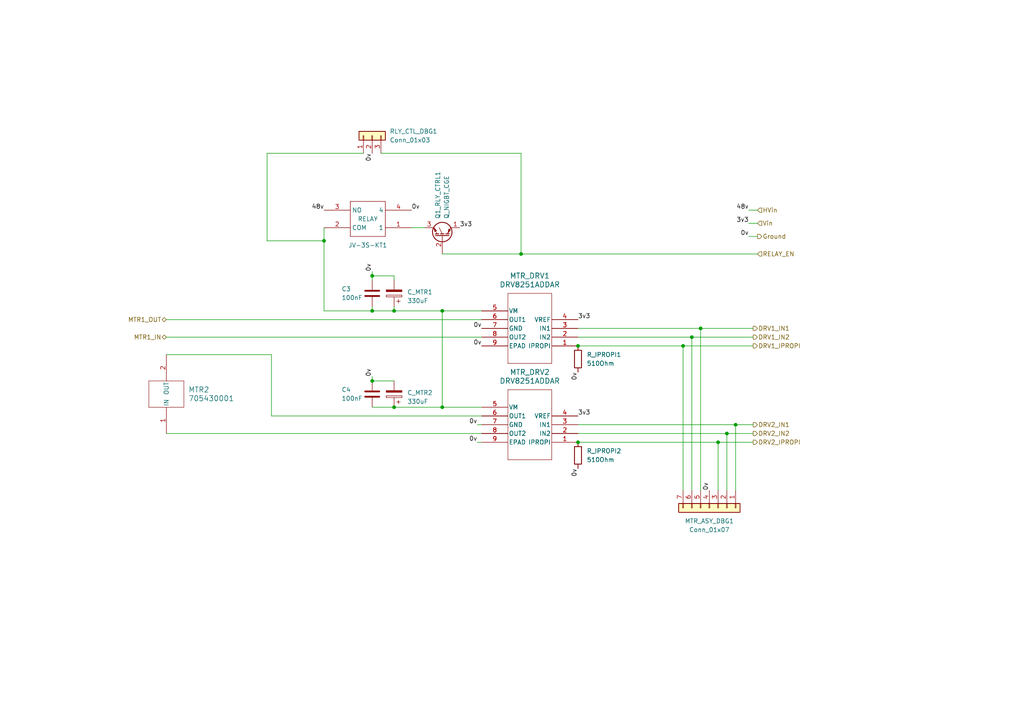
<source format=kicad_sch>
(kicad_sch (version 20230121) (generator eeschema)
  (paper "A4")
  (lib_symbols
    (symbol "705430001_1" (pin_names (offset 0.254))
      (property "Reference" "J" (at 0 8.89 0))
      (property "Value" "705430001" (at 0 6.35 0))
      (symbol "705430001_1_0_1"
        (polyline (pts (xy -3.81 -5.08) (xy 3.81 -5.08)) (stroke (width 0.127)))
        (polyline (pts (xy -3.81 5.08) (xy -3.81 -5.08)) (stroke (width 0.127)))
        (polyline (pts (xy 3.81 -5.08) (xy 3.81 5.08)) (stroke (width 0.127)))
        (polyline (pts (xy 3.81 5.08) (xy -3.81 5.08)) (stroke (width 0.127)))
      )
      (symbol "705430001_1_1_1"
        (pin bidirectional line (at -11.43 0 0) (length 7.62) (name "IN") (number "1"))
        (pin bidirectional line (at 11.43 0 180) (length 7.62) (name "OUT") (number "2"))
      )
    )
    (symbol "Connector_Generic:Conn_01x03" (pin_names (offset 1.016) hide)
      (property "Reference" "J" (at 0 5.08 0))
      (property "Value" "Conn_01x03" (at 0 -5.08 0))
      (symbol "Conn_01x03_1_1"
        (rectangle (start -1.27 -2.413) (end 0 -2.667) (stroke (width 0.1524)))
        (rectangle (start -1.27 0.127) (end 0 -0.127) (stroke (width 0.1524)))
        (rectangle (start -1.27 2.667) (end 0 2.413) (stroke (width 0.1524)))
        (rectangle (start -1.27 3.81) (end 1.27 -3.81) (stroke (width 0.254)) (fill (type background)))
        (pin passive line (at -5.08 2.54 0) (length 3.81) (name "Pin_1") (number "1"))
        (pin passive line (at -5.08 0 0) (length 3.81) (name "Pin_2") (number "2"))
        (pin passive line (at -5.08 -2.54 0) (length 3.81) (name "Pin_3") (number "3"))
      )
    )
    (symbol "Connector_Generic:Conn_01x07" (pin_names (offset 1.016) hide)
      (property "Reference" "J" (at 0 10.16 0))
      (property "Value" "Conn_01x07" (at 0 -10.16 0))
      (symbol "Conn_01x07_1_1"
        (rectangle (start -1.27 -7.493) (end 0 -7.747) (stroke (width 0.1524)))
        (rectangle (start -1.27 -4.953) (end 0 -5.207) (stroke (width 0.1524)))
        (rectangle (start -1.27 -2.413) (end 0 -2.667) (stroke (width 0.1524)))
        (rectangle (start -1.27 0.127) (end 0 -0.127) (stroke (width 0.1524)))
        (rectangle (start -1.27 2.667) (end 0 2.413) (stroke (width 0.1524)))
        (rectangle (start -1.27 5.207) (end 0 4.953) (stroke (width 0.1524)))
        (rectangle (start -1.27 7.747) (end 0 7.493) (stroke (width 0.1524)))
        (rectangle (start -1.27 8.89) (end 1.27 -8.89) (stroke (width 0.254)) (fill (type background)))
        (pin passive line (at -5.08 7.62 0) (length 3.81) (name "Pin_1") (number "1"))
        (pin passive line (at -5.08 5.08 0) (length 3.81) (name "Pin_2") (number "2"))
        (pin passive line (at -5.08 2.54 0) (length 3.81) (name "Pin_3") (number "3"))
        (pin passive line (at -5.08 0 0) (length 3.81) (name "Pin_4") (number "4"))
        (pin passive line (at -5.08 -2.54 0) (length 3.81) (name "Pin_5") (number "5"))
        (pin passive line (at -5.08 -5.08 0) (length 3.81) (name "Pin_6") (number "6"))
        (pin passive line (at -5.08 -7.62 0) (length 3.81) (name "Pin_7") (number "7"))
      )
    )
    (symbol "DRV8251A:DRV8251ADDAR" (pin_names (offset 0.254))
      (property "Reference" "U" (at 0 13.97 0))
      (property "Value" "DRV8251ADDAR" (at 0 11.43 0))
      (symbol "DRV8251ADDAR_0_1"
        (polyline (pts (xy 2.54 -11.43) (xy 15.24 -11.43)) (stroke (width 0.127)))
        (polyline (pts (xy 2.54 8.89) (xy 2.54 -11.43)) (stroke (width 0.127)))
        (polyline (pts (xy 15.24 -11.43) (xy 15.24 8.89)) (stroke (width 0.127)))
        (polyline (pts (xy 15.24 8.89) (xy 2.54 8.89)) (stroke (width 0.127)))
        (pin power_out line (at -5.08 3.81 0) (length 7.62) (name "IPROPI") (number "1"))
        (pin input line (at -5.08 1.27 0) (length 7.62) (name "IN2") (number "2"))
        (pin input line (at -5.08 -1.27 0) (length 7.62) (name "IN1") (number "3"))
        (pin power_in line (at -5.08 -3.81 0) (length 7.62) (name "VREF") (number "4"))
        (pin power_in line (at 22.86 -6.35 180) (length 7.62) (name "VM") (number "5"))
        (pin bidirectional line (at 22.86 -3.81 180) (length 7.62) (name "OUT1") (number "6"))
        (pin power_out line (at 22.86 -1.27 180) (length 7.62) (name "GND") (number "7"))
        (pin bidirectional line (at 22.86 1.27 180) (length 7.62) (name "OUT2") (number "8"))
        (pin power_out line (at 22.86 3.81 180) (length 7.62) (name "EPAD") (number "9"))
      )
    )
    (symbol "DRV8251ADDAR_2" (pin_names (offset 0.254))
      (property "Reference" "U4_MTR1" (at 8.89 -16.51 0))
      (property "Value" "DRV8251ADDAR" (at 8.89 -13.97 0))
      (symbol "DRV8251ADDAR_2_0_1"
        (polyline (pts (xy 2.54 -11.43) (xy 15.24 -11.43)) (stroke (width 0.127)))
        (polyline (pts (xy 2.54 8.89) (xy 2.54 -11.43)) (stroke (width 0.127)))
        (polyline (pts (xy 15.24 -11.43) (xy 15.24 8.89)) (stroke (width 0.127)))
        (polyline (pts (xy 15.24 8.89) (xy 2.54 8.89)) (stroke (width 0.127)))
        (pin input line (at -5.08 1.27 0) (length 7.62) (name "IN2") (number "2"))
        (pin input line (at -5.08 -1.27 0) (length 7.62) (name "IN1") (number "3"))
        (pin power_in line (at -5.08 -3.81 0) (length 7.62) (name "VREF") (number "4"))
        (pin power_in line (at 22.86 -6.35 180) (length 7.62) (name "VM") (number "5"))
        (pin power_out line (at 22.86 -1.27 180) (length 7.62) (name "GND") (number "7"))
        (pin power_out line (at 22.86 3.81 180) (length 7.62) (name "EPAD") (number "9"))
      )
      (symbol "DRV8251ADDAR_2_1_1"
        (pin power_out line (at -5.08 3.81 0) (length 7.62) (name "IPROPI") (number "1"))
        (pin bidirectional line (at 22.86 -3.81 180) (length 7.62) (name "OUT1") (number "6"))
        (pin bidirectional line (at 22.86 1.27 180) (length 7.62) (name "OUT2") (number "8"))
      )
    )
    (symbol "Device:C" (pin_numbers hide) (pin_names (offset 0.254))
      (property "Reference" "C" (at 0.635 2.54 0))
      (property "Value" "C" (at 0.635 -2.54 0))
      (symbol "C_0_1"
        (polyline (pts (xy -2.032 -0.762) (xy 2.032 -0.762)) (stroke (width 0.508)))
        (polyline (pts (xy -2.032 0.762) (xy 2.032 0.762)) (stroke (width 0.508)))
      )
      (symbol "C_1_1"
        (pin passive line (at 0 3.81 270) (length 2.794) (name "~") (number "1"))
        (pin passive line (at 0 -3.81 90) (length 2.794) (name "~") (number "2"))
      )
    )
    (symbol "Device:C_Polarized" (pin_numbers hide) (pin_names (offset 0.254))
      (property "Reference" "C" (at 0.635 2.54 0))
      (property "Value" "C_Polarized" (at 0.635 -2.54 0))
      (symbol "C_Polarized_0_1"
        (rectangle (start -2.286 0.508) (end 2.286 1.016))
        (polyline (pts (xy -1.778 2.286) (xy -0.762 2.286)))
        (polyline (pts (xy -1.27 2.794) (xy -1.27 1.778)))
        (rectangle (start 2.286 -0.508) (end -2.286 -1.016) (fill (type outline)))
      )
      (symbol "C_Polarized_1_1"
        (pin passive line (at 0 3.81 270) (length 2.794) (name "~") (number "1"))
        (pin passive line (at 0 -3.81 90) (length 2.794) (name "~") (number "2"))
      )
    )
    (symbol "Device:Q_NIGBT_CGE" (pin_names (offset 0) hide)
      (property "Reference" "Q" (at 5.08 1.27 0))
      (property "Value" "Q_NIGBT_CGE" (at 5.08 -1.27 0))
      (symbol "Q_NIGBT_CGE_0_1"
        (polyline (pts (xy 0.762 -1.016) (xy 0.762 -2.032)) (stroke (width 0.254)))
        (polyline (pts (xy 0.762 0.508) (xy 0.762 -0.508)) (stroke (width 0.254)))
        (polyline (pts (xy 0.762 2.032) (xy 0.762 1.016)) (stroke (width 0.254)))
        (polyline (pts (xy 2.54 -2.413) (xy 0.762 -1.524)))
        (polyline (pts (xy 2.54 -0.889) (xy 0.762 0)))
        (polyline (pts (xy 2.54 2.413) (xy 0.762 1.524)))
        (polyline (pts (xy 0.254 1.905) (xy 0.254 -1.905) (xy 0.254 -1.905)) (stroke (width 0.254)))
        (polyline (pts (xy 1.397 -2.159) (xy 1.651 -1.651) (xy 2.54 -2.413) (xy 1.397 -2.159)) (fill (type outline)))
        (polyline (pts (xy 2.159 1.905) (xy 1.905 2.413) (xy 1.016 1.651) (xy 2.159 1.905)) (fill (type outline)))
        (circle (center 1.27 0) (radius 2.8194) (stroke (width 0.254)))
      )
      (symbol "Q_NIGBT_CGE_1_1"
        (pin passive line (at 2.54 5.08 270) (length 2.54) (name "C") (number "1"))
        (pin input line (at -5.08 0 0) (length 5.334) (name "G") (number "2"))
        (pin passive line (at 2.54 -5.08 90) (length 2.54) (name "E") (number "3"))
      )
    )
    (symbol "Device:R" (pin_numbers hide) (pin_names (offset 0))
      (property "Reference" "R" (at 2.032 0 90))
      (property "Value" "R" (at 0 0 90))
      (symbol "R_0_1"
        (rectangle (start -1.016 -2.54) (end 1.016 2.54) (stroke (width 0.254)))
      )
      (symbol "R_1_1"
        (pin passive line (at 0 3.81 270) (length 1.27) (name "~") (number "1"))
        (pin passive line (at 0 -3.81 90) (length 1.27) (name "~") (number "2"))
      )
    )
    (symbol "JV-3S-KT:JV-3S-KT"
      (property "Reference" "JV-3S-KT1" (at 0 7.62 0))
      (property "Value" "RELAY" (at 0 0 0))
      (symbol "JV-3S-KT_0_1"
        (rectangle (start -5.08 5.08) (end 5.08 -5.08))
        (rectangle (start -2.54 0) (end -2.54 0))
        (rectangle (start -2.54 0) (end -2.54 0))
      )
      (symbol "JV-3S-KT_1_1"
        (pin power_in line (at -12.7 2.54 0) (length 7.62) (name "1") (number "1"))
        (pin output line (at 12.7 2.54 180) (length 7.62) (name "COM") (number "2"))
        (pin input line (at 12.7 -2.54 180) (length 7.62) (name "NO") (number "3"))
        (pin power_out line (at -12.7 -2.54 0) (length 7.62) (name "4") (number "4"))
      )
    )
  )
  (junction (at 107.95 110.49))
  (junction (at 107.95 80.01))
  (junction (at 203.2 95.25))
  (junction (at 200.66 97.79))
  (junction (at 167.64 128.27))
  (junction (at 167.64 100.33))
  (junction (at 93.98 69.85))
  (junction (at 213.36 123.19))
  (junction (at 208.28 128.27))
  (junction (at 114.3 118.11))
  (junction (at 151.13 73.66))
  (junction (at 114.3 90.17))
  (junction (at 128.27 118.11))
  (junction (at 198.12 100.33))
  (junction (at 210.82 125.73))
  (junction (at 107.95 90.17))
  (junction (at 128.27 90.17))
  (wire (pts (xy 114.3 88.9) (xy 114.3 90.17)))
  (wire (pts (xy 77.47 44.45) (xy 77.47 69.85)))
  (wire (pts (xy 78.74 120.65) (xy 78.74 102.87)))
  (wire (pts (xy 200.66 97.79) (xy 218.44 97.79)))
  (wire (pts (xy 114.3 90.17) (xy 128.27 90.17)))
  (wire (pts (xy 167.64 128.27) (xy 208.28 128.27)))
  (wire (pts (xy 114.3 81.28) (xy 114.3 80.01)))
  (wire (pts (xy 110.49 44.45) (xy 151.13 44.45)))
  (wire (pts (xy 93.98 90.17) (xy 107.95 90.17)))
  (wire (pts (xy 167.64 100.33) (xy 198.12 100.33)))
  (wire (pts (xy 213.36 123.19) (xy 213.36 142.24)))
  (wire (pts (xy 93.98 69.85) (xy 93.98 90.17)))
  (wire (pts (xy 48.26 97.79) (xy 139.7 97.79)))
  (wire (pts (xy 210.82 125.73) (xy 210.82 142.24)))
  (wire (pts (xy 213.36 123.19) (xy 218.44 123.19)))
  (wire (pts (xy 217.17 68.58) (xy 219.71 68.58)))
  (wire (pts (xy 138.43 128.27) (xy 139.7 128.27)))
  (wire (pts (xy 107.95 118.11) (xy 114.3 118.11)))
  (wire (pts (xy 217.17 60.96) (xy 219.71 60.96)))
  (wire (pts (xy 105.41 44.45) (xy 77.47 44.45)))
  (wire (pts (xy 107.95 78.74) (xy 107.95 80.01)))
  (wire (pts (xy 123.19 66.04) (xy 119.38 66.04)))
  (wire (pts (xy 48.26 125.73) (xy 139.7 125.73)))
  (wire (pts (xy 167.64 125.73) (xy 210.82 125.73)))
  (wire (pts (xy 107.95 80.01) (xy 114.3 80.01)))
  (wire (pts (xy 151.13 44.45) (xy 151.13 73.66)))
  (wire (pts (xy 107.95 81.28) (xy 107.95 80.01)))
  (wire (pts (xy 139.7 120.65) (xy 78.74 120.65)))
  (wire (pts (xy 208.28 128.27) (xy 208.28 142.24)))
  (wire (pts (xy 107.95 109.22) (xy 107.95 110.49)))
  (wire (pts (xy 107.95 88.9) (xy 107.95 90.17)))
  (wire (pts (xy 128.27 118.11) (xy 139.7 118.11)))
  (wire (pts (xy 78.74 102.87) (xy 48.26 102.87)))
  (wire (pts (xy 167.64 95.25) (xy 203.2 95.25)))
  (wire (pts (xy 167.64 97.79) (xy 200.66 97.79)))
  (wire (pts (xy 198.12 100.33) (xy 198.12 142.24)))
  (wire (pts (xy 114.3 118.11) (xy 128.27 118.11)))
  (wire (pts (xy 107.95 110.49) (xy 114.3 110.49)))
  (wire (pts (xy 198.12 100.33) (xy 218.44 100.33)))
  (wire (pts (xy 210.82 125.73) (xy 218.44 125.73)))
  (wire (pts (xy 200.66 97.79) (xy 200.66 142.24)))
  (wire (pts (xy 128.27 73.66) (xy 151.13 73.66)))
  (wire (pts (xy 217.17 64.77) (xy 219.71 64.77)))
  (wire (pts (xy 77.47 69.85) (xy 93.98 69.85)))
  (wire (pts (xy 114.3 90.17) (xy 107.95 90.17)))
  (wire (pts (xy 93.98 66.04) (xy 93.98 69.85)))
  (wire (pts (xy 203.2 95.25) (xy 218.44 95.25)))
  (wire (pts (xy 138.43 123.19) (xy 139.7 123.19)))
  (wire (pts (xy 167.64 123.19) (xy 213.36 123.19)))
  (wire (pts (xy 208.28 128.27) (xy 218.44 128.27)))
  (wire (pts (xy 48.26 92.71) (xy 139.7 92.71)))
  (wire (pts (xy 128.27 90.17) (xy 128.27 118.11)))
  (wire (pts (xy 139.7 90.17) (xy 128.27 90.17)))
  (wire (pts (xy 151.13 73.66) (xy 219.71 73.66)))
  (wire (pts (xy 203.2 95.25) (xy 203.2 142.24)))
  (label "0v" (at 107.95 44.45 270))
  (label "0v" (at 138.43 128.27 180))
  (label "48v" (at 93.98 60.96 180))
  (label "0v" (at 217.17 68.58 180))
  (label "0v" (at 119.38 60.96 0))
  (label "0v" (at 138.43 123.19 180))
  (label "3v3" (at 167.64 120.65 0))
  (label "0v" (at 139.7 95.25 180))
  (label "3v3" (at 133.35 66.04 0))
  (label "0v" (at 107.95 78.74 90))
  (label "0v" (at 107.95 109.22 90))
  (label "3v3" (at 217.17 64.77 180))
  (label "0v" (at 167.64 135.89 270))
  (label "3v3" (at 167.64 92.71 0))
  (label "0v" (at 167.64 107.95 270))
  (label "48v" (at 217.17 60.96 180))
  (label "0v" (at 139.7 100.33 180))
  (label "0v" (at 205.74 142.24 90))
  (hierarchical_label "RELAY_EN" (shape input) (at 219.71 73.66 0))
  (hierarchical_label "HVin" (shape input) (at 219.71 60.96 0))
  (hierarchical_label "DRV1_IN1" (shape output) (at 218.44 95.25 0))
  (hierarchical_label "Ground" (shape output) (at 219.71 68.58 0))
  (hierarchical_label "DRV2_IN2" (shape output) (at 218.44 125.73 0))
  (hierarchical_label "DRV1_IPROPI" (shape output) (at 218.44 100.33 0))
  (hierarchical_label "Vin" (shape input) (at 219.71 64.77 0))
  (hierarchical_label "MTR1_OUT" (shape bidirectional) (at 48.26 92.71 180))
  (hierarchical_label "DRV1_IN2" (shape output) (at 218.44 97.79 0))
  (hierarchical_label "DRV2_IPROPI" (shape output) (at 218.44 128.27 0))
  (hierarchical_label "DRV2_IN1" (shape output) (at 218.44 123.19 0))
  (hierarchical_label "MTR1_IN" (shape bidirectional) (at 48.26 97.79 180))
  (symbol (lib_id "Device:R") (at 167.64 104.14 0) (unit 1)
    (property "Reference" "R_IPROPI1" (at 170.18 102.87 0) (effects (justify left)))
    (property "Value" "510Ohm" (at 170.18 105.41 0) (effects (justify left)))
    (property "Footprint" "Resistor_SMD:R_0805_2012Metric" (effects hide))
    (instances (project "torso" (path "" (reference "R_IPROPI1") (unit 1))) (project "shoulder" (path "" (reference "R1_IPROPI") (unit 1)) (path "" (reference "R_IPROPI1") (unit 1))) (project "shoulder" (path "" (reference "R1_IPROPI1") (unit 1))))
  )
  (symbol (lib_name "DRV8251ADDAR_2") (lib_id "DRV8251A:DRV8251ADDAR") (at 162.56 124.46 180) (unit 1)
    (property "Reference" "MTR_DRV2" (at 153.67 107.95 0) (effects (font (size 1.524 1.524))))
    (property "Value" "DRV8251ADDAR" (at 153.67 110.49 0) (effects (font (size 1.524 1.524))))
    (property "Footprint" "DRV8251A:SOIC8_DDA_TEX" (effects hide))
    (property "Datasheet" "DRV8251ADDAR" (effects hide))
  )
  (symbol (lib_id "Device:C_Polarized") (at 114.3 85.09 180) (unit 1)
    (property "Reference" "C_MTR1" (at 118.11 84.709 0) (effects (justify right)))
    (property "Value" "330uF" (at 118.11 87.249 0) (effects (justify right)))
    (property "Footprint" "Capacitor_THT:CP_Radial_D16.0mm_P7.50mm" (effects hide))
  )
  (symbol (lib_id "JV-3S-KT:JV-3S-KT") (at 106.68 63.5 180) (unit 1)
    (property "Reference" "JV-3S-KT1" (at 106.68 71.12 0))
    (property "Value" "RELAY" (at 106.68 63.5 0))
    (property "Footprint" "JV-3S-KT:JV-3S-KT" (effects hide))
  )
  (symbol (lib_id "DRV8251A:DRV8251ADDAR") (at 162.56 96.52 180) (unit 1)
    (property "Reference" "MTR_DRV1" (at 153.67 80.01 0) (effects (font (size 1.524 1.524))))
    (property "Value" "DRV8251ADDAR" (at 153.67 82.55 0) (effects (font (size 1.524 1.524))))
    (property "Footprint" "SOIC8_DDA_TEX" (effects hide))
    (property "Datasheet" "DRV8251ADDAR" (effects hide))
  )
  (symbol (lib_id "Device:C") (at 107.95 114.3 0) (unit 1)
    (property "Reference" "C4" (at 99.06 113.03 0) (effects (justify left)))
    (property "Value" "100nF" (at 99.06 115.57 0) (effects (justify left)))
    (property "Footprint" "Capacitor_SMD:C_0603_1608Metric" (effects hide))
    (instances (project "torso" (path "" (reference "C4") (unit 1))) (project "shoulder" (path "" (reference "C4") (unit 1)) (path "" (reference "C14") (unit 1))) (project "shoulder" (path "" (reference "C4") (unit 1))))
  )
  (symbol (lib_id "Device:C_Polarized") (at 114.3 114.3 180) (unit 1)
    (property "Reference" "C_MTR2" (at 118.11 113.919 0) (effects (justify right)))
    (property "Value" "330uF" (at 118.11 116.459 0) (effects (justify right)))
    (property "Footprint" "Capacitor_THT:CP_Radial_D16.0mm_P7.50mm" (effects hide))
  )
  (symbol (lib_id "Device:Q_NIGBT_CGE") (at 128.27 68.58 270) (mirror x) (unit 1)
    (property "Reference" "Q1_RLY_CTRL1" (at 127 63.5 0) (effects (justify left)))
    (property "Value" "Q_NIGBT_CGE" (at 129.54 63.5 0) (effects (justify left)))
    (property "Footprint" "Package_TO_SOT_THT:TO-92" (effects hide))
    (instances (project "torso" (path "" (reference "Q1_RLY_CTRL1") (unit 1))) (project "shoulder" (path "" (reference "Q1_RLY_CTRL") (unit 1)) (path "" (reference "RLY_CTRL1") (unit 1))) (project "shoulder" (path "" (reference "Q1_RLY_CTRL1") (unit 1))))
  )
  (symbol (lib_name "705430001_1") (lib_id "70543-0001:705430001") (at 48.26 114.3 90) (unit 1)
    (property "Reference" "MTR2" (at 54.61 113.03 90) (effects (font (size 1.524 1.524)) (justify right)))
    (property "Value" "705430001" (at 54.61 115.57 90) (effects (font (size 1.524 1.524)) (justify right)))
    (property "Footprint" "70543-0001:70543-0001_MOL" (effects hide))
    (property "Datasheet" "705430001" (effects hide))
    (instances (project "torso" (path "" (reference "MTR2") (unit 1))) (project "shoulder" (path "" (reference "J1_MTR0") (unit 1)) (path "" (reference "MTR1") (unit 1))) (project "shoulder" (path "" (reference "MTR1") (unit 1))))
  )
  (symbol (lib_id "Device:R") (at 167.64 132.08 0) (unit 1)
    (property "Reference" "R_IPROPI2" (at 170.18 130.81 0) (effects (justify left)))
    (property "Value" "510Ohm" (at 170.18 133.35 0) (effects (justify left)))
    (property "Footprint" "Resistor_SMD:R_0805_2012Metric" (effects hide))
    (instances (project "torso" (path "" (reference "R_IPROPI2") (unit 1))) (project "shoulder" (path "" (reference "R2_IPROPI") (unit 1)) (path "" (reference "R_IPROPI2") (unit 1))) (project "shoulder" (path "" (reference "R2_IPROPI1") (unit 1))))
  )
  (symbol (lib_id "Connector_Generic:Conn_01x07") (at 205.74 147.32 270) (unit 1)
    (property "Reference" "MTR_ASY_DBG1" (at 205.74 151.13 90))
    (property "Value" "Conn_01x07" (at 205.74 153.67 90))
    (property "Footprint" "Connector_PinHeader_2.54mm:PinHeader_1x07_P2.54mm_Vertical" (effects hide))
    (instances (project "torso" (path "" (reference "MTR_ASY_DBG1") (unit 1))) (project "shoulder" (path "" (reference "J2") (unit 1))))
  )
  (symbol (lib_id "Device:C") (at 107.95 85.09 0) (unit 1)
    (property "Reference" "C3" (at 99.06 83.82 0) (effects (justify left)))
    (property "Value" "100nF" (at 99.06 86.36 0) (effects (justify left)))
    (property "Footprint" "Capacitor_SMD:C_0603_1608Metric" (effects hide))
    (instances (project "torso" (path "" (reference "C3") (unit 1))) (project "shoulder" (path "" (reference "C3") (unit 1)) (path "" (reference "C13") (unit 1))) (project "shoulder" (path "" (reference "C3") (unit 1))))
  )
  (symbol (lib_id "Connector_Generic:Conn_01x03") (at 107.95 39.37 90) (unit 1)
    (property "Reference" "RLY_CTL_DBG1" (at 113.03 38.1 90) (effects (justify right)))
    (property "Value" "Conn_01x03" (at 113.03 40.64 90) (effects (justify right)))
    (property "Footprint" "Connector_PinHeader_2.54mm:PinHeader_1x03_P2.54mm_Vertical" (effects hide))
  )
)
</source>
